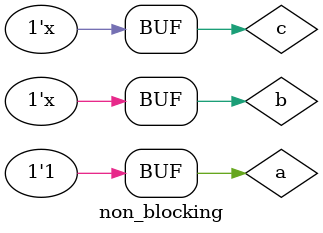
<source format=v>

module non_blocking;
reg a,b,c;
initial begin
$monitor("time=%0t a=%b b=%b c=%b",$time,a,b,c);
end

always begin
#10 a<=1;
#2  b<=a;
#4  c<=b;
end
endmodule

</source>
